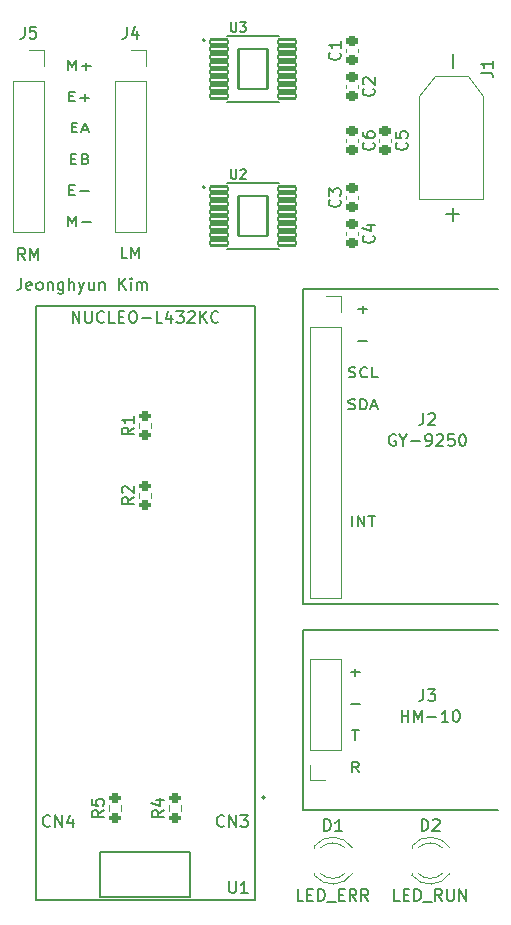
<source format=gbr>
%TF.GenerationSoftware,KiCad,Pcbnew,(6.0.7)*%
%TF.CreationDate,2023-08-30T15:26:21+09:00*%
%TF.ProjectId,graduate-project,67726164-7561-4746-952d-70726f6a6563,rev?*%
%TF.SameCoordinates,Original*%
%TF.FileFunction,Legend,Top*%
%TF.FilePolarity,Positive*%
%FSLAX46Y46*%
G04 Gerber Fmt 4.6, Leading zero omitted, Abs format (unit mm)*
G04 Created by KiCad (PCBNEW (6.0.7)) date 2023-08-30 15:26:21*
%MOMM*%
%LPD*%
G01*
G04 APERTURE LIST*
G04 Aperture macros list*
%AMRoundRect*
0 Rectangle with rounded corners*
0 $1 Rounding radius*
0 $2 $3 $4 $5 $6 $7 $8 $9 X,Y pos of 4 corners*
0 Add a 4 corners polygon primitive as box body*
4,1,4,$2,$3,$4,$5,$6,$7,$8,$9,$2,$3,0*
0 Add four circle primitives for the rounded corners*
1,1,$1+$1,$2,$3*
1,1,$1+$1,$4,$5*
1,1,$1+$1,$6,$7*
1,1,$1+$1,$8,$9*
0 Add four rect primitives between the rounded corners*
20,1,$1+$1,$2,$3,$4,$5,0*
20,1,$1+$1,$4,$5,$6,$7,0*
20,1,$1+$1,$6,$7,$8,$9,0*
20,1,$1+$1,$8,$9,$2,$3,0*%
G04 Aperture macros list end*
%ADD10C,0.150000*%
%ADD11C,0.127000*%
%ADD12C,0.200000*%
%ADD13C,0.120000*%
%ADD14RoundRect,0.122500X-0.764500X-0.184500X0.764500X-0.184500X0.764500X0.184500X-0.764500X0.184500X0*%
%ADD15RoundRect,0.102000X-1.240000X-1.700000X1.240000X-1.700000X1.240000X1.700000X-1.240000X1.700000X0*%
%ADD16R,1.700000X1.700000*%
%ADD17O,1.700000X1.700000*%
%ADD18R,1.800000X1.800000*%
%ADD19C,1.800000*%
%ADD20RoundRect,0.200000X0.275000X-0.200000X0.275000X0.200000X-0.275000X0.200000X-0.275000X-0.200000X0*%
%ADD21RoundRect,0.225000X0.250000X-0.225000X0.250000X0.225000X-0.250000X0.225000X-0.250000X-0.225000X0*%
%ADD22RoundRect,0.225000X-0.250000X0.225000X-0.250000X-0.225000X0.250000X-0.225000X0.250000X0.225000X0*%
%ADD23R,1.530000X1.530000*%
%ADD24C,1.530000*%
%ADD25R,3.800000X3.800000*%
%ADD26C,4.000000*%
G04 APERTURE END LIST*
D10*
X76835000Y-90932000D02*
X76835000Y-106172000D01*
X93345000Y-62103000D02*
X76835000Y-62103000D01*
X59690000Y-109728000D02*
X67310000Y-109728000D01*
X67310000Y-109728000D02*
X67310000Y-113538000D01*
X67310000Y-113538000D02*
X59690000Y-113538000D01*
X59690000Y-113538000D02*
X59690000Y-109728000D01*
X76835000Y-106172000D02*
X93345000Y-106172000D01*
X93345000Y-90932000D02*
X76835000Y-90932000D01*
X76835000Y-88773000D02*
X93345000Y-88773000D01*
X76835000Y-62103000D02*
X76835000Y-88773000D01*
X70175523Y-107545142D02*
X70127904Y-107592761D01*
X69985047Y-107640380D01*
X69889809Y-107640380D01*
X69746952Y-107592761D01*
X69651714Y-107497523D01*
X69604095Y-107402285D01*
X69556476Y-107211809D01*
X69556476Y-107068952D01*
X69604095Y-106878476D01*
X69651714Y-106783238D01*
X69746952Y-106688000D01*
X69889809Y-106640380D01*
X69985047Y-106640380D01*
X70127904Y-106688000D01*
X70175523Y-106735619D01*
X70604095Y-107640380D02*
X70604095Y-106640380D01*
X71175523Y-107640380D01*
X71175523Y-106640380D01*
X71556476Y-106640380D02*
X72175523Y-106640380D01*
X71842190Y-107021333D01*
X71985047Y-107021333D01*
X72080285Y-107068952D01*
X72127904Y-107116571D01*
X72175523Y-107211809D01*
X72175523Y-107449904D01*
X72127904Y-107545142D01*
X72080285Y-107592761D01*
X71985047Y-107640380D01*
X71699333Y-107640380D01*
X71604095Y-107592761D01*
X71556476Y-107545142D01*
X55443523Y-107545142D02*
X55395904Y-107592761D01*
X55253047Y-107640380D01*
X55157809Y-107640380D01*
X55014952Y-107592761D01*
X54919714Y-107497523D01*
X54872095Y-107402285D01*
X54824476Y-107211809D01*
X54824476Y-107068952D01*
X54872095Y-106878476D01*
X54919714Y-106783238D01*
X55014952Y-106688000D01*
X55157809Y-106640380D01*
X55253047Y-106640380D01*
X55395904Y-106688000D01*
X55443523Y-106735619D01*
X55872095Y-107640380D02*
X55872095Y-106640380D01*
X56443523Y-107640380D01*
X56443523Y-106640380D01*
X57348285Y-106973714D02*
X57348285Y-107640380D01*
X57110190Y-106592761D02*
X56872095Y-107307047D01*
X57491142Y-107307047D01*
X81534047Y-63820800D02*
X82295952Y-63820800D01*
X81915000Y-64140800D02*
X81915000Y-63500800D01*
X81534047Y-66525600D02*
X82295952Y-66525600D01*
X80724523Y-69510400D02*
X80867380Y-69550400D01*
X81105476Y-69550400D01*
X81200714Y-69510400D01*
X81248333Y-69470400D01*
X81295952Y-69390400D01*
X81295952Y-69310400D01*
X81248333Y-69230400D01*
X81200714Y-69190400D01*
X81105476Y-69150400D01*
X80915000Y-69110400D01*
X80819761Y-69070400D01*
X80772142Y-69030400D01*
X80724523Y-68950400D01*
X80724523Y-68870400D01*
X80772142Y-68790400D01*
X80819761Y-68750400D01*
X80915000Y-68710400D01*
X81153095Y-68710400D01*
X81295952Y-68750400D01*
X82295952Y-69470400D02*
X82248333Y-69510400D01*
X82105476Y-69550400D01*
X82010238Y-69550400D01*
X81867380Y-69510400D01*
X81772142Y-69430400D01*
X81724523Y-69350400D01*
X81676904Y-69190400D01*
X81676904Y-69070400D01*
X81724523Y-68910400D01*
X81772142Y-68830400D01*
X81867380Y-68750400D01*
X82010238Y-68710400D01*
X82105476Y-68710400D01*
X82248333Y-68750400D01*
X82295952Y-68790400D01*
X83200714Y-69550400D02*
X82724523Y-69550400D01*
X82724523Y-68710400D01*
X80700714Y-72215200D02*
X80843571Y-72255200D01*
X81081666Y-72255200D01*
X81176904Y-72215200D01*
X81224523Y-72175200D01*
X81272142Y-72095200D01*
X81272142Y-72015200D01*
X81224523Y-71935200D01*
X81176904Y-71895200D01*
X81081666Y-71855200D01*
X80891190Y-71815200D01*
X80795952Y-71775200D01*
X80748333Y-71735200D01*
X80700714Y-71655200D01*
X80700714Y-71575200D01*
X80748333Y-71495200D01*
X80795952Y-71455200D01*
X80891190Y-71415200D01*
X81129285Y-71415200D01*
X81272142Y-71455200D01*
X81700714Y-72255200D02*
X81700714Y-71415200D01*
X81938809Y-71415200D01*
X82081666Y-71455200D01*
X82176904Y-71535200D01*
X82224523Y-71615200D01*
X82272142Y-71775200D01*
X82272142Y-71895200D01*
X82224523Y-72055200D01*
X82176904Y-72135200D01*
X82081666Y-72215200D01*
X81938809Y-72255200D01*
X81700714Y-72255200D01*
X82653095Y-72015200D02*
X83129285Y-72015200D01*
X82557857Y-72255200D02*
X82891190Y-71415200D01*
X83224523Y-72255200D01*
X52999333Y-61174380D02*
X52999333Y-61888666D01*
X52951714Y-62031523D01*
X52856476Y-62126761D01*
X52713619Y-62174380D01*
X52618380Y-62174380D01*
X53856476Y-62126761D02*
X53761238Y-62174380D01*
X53570761Y-62174380D01*
X53475523Y-62126761D01*
X53427904Y-62031523D01*
X53427904Y-61650571D01*
X53475523Y-61555333D01*
X53570761Y-61507714D01*
X53761238Y-61507714D01*
X53856476Y-61555333D01*
X53904095Y-61650571D01*
X53904095Y-61745809D01*
X53427904Y-61841047D01*
X54475523Y-62174380D02*
X54380285Y-62126761D01*
X54332666Y-62079142D01*
X54285047Y-61983904D01*
X54285047Y-61698190D01*
X54332666Y-61602952D01*
X54380285Y-61555333D01*
X54475523Y-61507714D01*
X54618380Y-61507714D01*
X54713619Y-61555333D01*
X54761238Y-61602952D01*
X54808857Y-61698190D01*
X54808857Y-61983904D01*
X54761238Y-62079142D01*
X54713619Y-62126761D01*
X54618380Y-62174380D01*
X54475523Y-62174380D01*
X55237428Y-61507714D02*
X55237428Y-62174380D01*
X55237428Y-61602952D02*
X55285047Y-61555333D01*
X55380285Y-61507714D01*
X55523142Y-61507714D01*
X55618380Y-61555333D01*
X55666000Y-61650571D01*
X55666000Y-62174380D01*
X56570761Y-61507714D02*
X56570761Y-62317238D01*
X56523142Y-62412476D01*
X56475523Y-62460095D01*
X56380285Y-62507714D01*
X56237428Y-62507714D01*
X56142190Y-62460095D01*
X56570761Y-62126761D02*
X56475523Y-62174380D01*
X56285047Y-62174380D01*
X56189809Y-62126761D01*
X56142190Y-62079142D01*
X56094571Y-61983904D01*
X56094571Y-61698190D01*
X56142190Y-61602952D01*
X56189809Y-61555333D01*
X56285047Y-61507714D01*
X56475523Y-61507714D01*
X56570761Y-61555333D01*
X57046952Y-62174380D02*
X57046952Y-61174380D01*
X57475523Y-62174380D02*
X57475523Y-61650571D01*
X57427904Y-61555333D01*
X57332666Y-61507714D01*
X57189809Y-61507714D01*
X57094571Y-61555333D01*
X57046952Y-61602952D01*
X57856476Y-61507714D02*
X58094571Y-62174380D01*
X58332666Y-61507714D02*
X58094571Y-62174380D01*
X57999333Y-62412476D01*
X57951714Y-62460095D01*
X57856476Y-62507714D01*
X59142190Y-61507714D02*
X59142190Y-62174380D01*
X58713619Y-61507714D02*
X58713619Y-62031523D01*
X58761238Y-62126761D01*
X58856476Y-62174380D01*
X58999333Y-62174380D01*
X59094571Y-62126761D01*
X59142190Y-62079142D01*
X59618380Y-61507714D02*
X59618380Y-62174380D01*
X59618380Y-61602952D02*
X59666000Y-61555333D01*
X59761238Y-61507714D01*
X59904095Y-61507714D01*
X59999333Y-61555333D01*
X60046952Y-61650571D01*
X60046952Y-62174380D01*
X61285047Y-62174380D02*
X61285047Y-61174380D01*
X61856476Y-62174380D02*
X61427904Y-61602952D01*
X61856476Y-61174380D02*
X61285047Y-61745809D01*
X62285047Y-62174380D02*
X62285047Y-61507714D01*
X62285047Y-61174380D02*
X62237428Y-61222000D01*
X62285047Y-61269619D01*
X62332666Y-61222000D01*
X62285047Y-61174380D01*
X62285047Y-61269619D01*
X62761238Y-62174380D02*
X62761238Y-61507714D01*
X62761238Y-61602952D02*
X62808857Y-61555333D01*
X62904095Y-61507714D01*
X63046952Y-61507714D01*
X63142190Y-61555333D01*
X63189809Y-61650571D01*
X63189809Y-62174380D01*
X63189809Y-61650571D02*
X63237428Y-61555333D01*
X63332666Y-61507714D01*
X63475523Y-61507714D01*
X63570761Y-61555333D01*
X63618380Y-61650571D01*
X63618380Y-62174380D01*
X80899047Y-94554800D02*
X81660952Y-94554800D01*
X81280000Y-94874800D02*
X81280000Y-94234800D01*
X80899047Y-97259600D02*
X81660952Y-97259600D01*
X80994285Y-99444400D02*
X81565714Y-99444400D01*
X81280000Y-100284400D02*
X81280000Y-99444400D01*
X81589523Y-102989200D02*
X81256190Y-102589200D01*
X81018095Y-102989200D02*
X81018095Y-102149200D01*
X81399047Y-102149200D01*
X81494285Y-102189200D01*
X81541904Y-102229200D01*
X81589523Y-102309200D01*
X81589523Y-102429200D01*
X81541904Y-102509200D01*
X81494285Y-102549200D01*
X81399047Y-102589200D01*
X81018095Y-102589200D01*
X56959619Y-43553952D02*
X56959619Y-42733952D01*
X57292952Y-43319666D01*
X57626285Y-42733952D01*
X57626285Y-43553952D01*
X58102476Y-43241571D02*
X58864380Y-43241571D01*
X58483428Y-43553952D02*
X58483428Y-42929190D01*
X57078666Y-45764828D02*
X57412000Y-45764828D01*
X57554857Y-46194352D02*
X57078666Y-46194352D01*
X57078666Y-45374352D01*
X57554857Y-45374352D01*
X57983428Y-45881971D02*
X58745333Y-45881971D01*
X58364380Y-46194352D02*
X58364380Y-45569590D01*
X57269142Y-48405228D02*
X57602476Y-48405228D01*
X57745333Y-48834752D02*
X57269142Y-48834752D01*
X57269142Y-48014752D01*
X57745333Y-48014752D01*
X58126285Y-48600466D02*
X58602476Y-48600466D01*
X58031047Y-48834752D02*
X58364380Y-48014752D01*
X58697714Y-48834752D01*
X57197714Y-51045628D02*
X57531047Y-51045628D01*
X57673904Y-51475152D02*
X57197714Y-51475152D01*
X57197714Y-50655152D01*
X57673904Y-50655152D01*
X58435809Y-51045628D02*
X58578666Y-51084676D01*
X58626285Y-51123723D01*
X58673904Y-51201819D01*
X58673904Y-51318961D01*
X58626285Y-51397057D01*
X58578666Y-51436104D01*
X58483428Y-51475152D01*
X58102476Y-51475152D01*
X58102476Y-50655152D01*
X58435809Y-50655152D01*
X58531047Y-50694200D01*
X58578666Y-50733247D01*
X58626285Y-50811342D01*
X58626285Y-50889438D01*
X58578666Y-50967533D01*
X58531047Y-51006580D01*
X58435809Y-51045628D01*
X58102476Y-51045628D01*
X57078666Y-53686028D02*
X57412000Y-53686028D01*
X57554857Y-54115552D02*
X57078666Y-54115552D01*
X57078666Y-53295552D01*
X57554857Y-53295552D01*
X57983428Y-53803171D02*
X58745333Y-53803171D01*
X56959619Y-56755952D02*
X56959619Y-55935952D01*
X57292952Y-56521666D01*
X57626285Y-55935952D01*
X57626285Y-56755952D01*
X58102476Y-56443571D02*
X58864380Y-56443571D01*
X81010238Y-82168000D02*
X81010238Y-81328000D01*
X81486428Y-82168000D02*
X81486428Y-81328000D01*
X82057857Y-82168000D01*
X82057857Y-81328000D01*
X82391190Y-81328000D02*
X82962619Y-81328000D01*
X82676904Y-82168000D02*
X82676904Y-81328000D01*
X53332095Y-59634380D02*
X52998761Y-59158190D01*
X52760666Y-59634380D02*
X52760666Y-58634380D01*
X53141619Y-58634380D01*
X53236857Y-58682000D01*
X53284476Y-58729619D01*
X53332095Y-58824857D01*
X53332095Y-58967714D01*
X53284476Y-59062952D01*
X53236857Y-59110571D01*
X53141619Y-59158190D01*
X52760666Y-59158190D01*
X53760666Y-59634380D02*
X53760666Y-58634380D01*
X54094000Y-59348666D01*
X54427333Y-58634380D01*
X54427333Y-59634380D01*
X61968095Y-59507380D02*
X61491904Y-59507380D01*
X61491904Y-58507380D01*
X62301428Y-59507380D02*
X62301428Y-58507380D01*
X62634761Y-59221666D01*
X62968095Y-58507380D01*
X62968095Y-59507380D01*
%TO.C,U2*%
X70754476Y-51956904D02*
X70754476Y-52604523D01*
X70792571Y-52680714D01*
X70830666Y-52718809D01*
X70906857Y-52756904D01*
X71059238Y-52756904D01*
X71135428Y-52718809D01*
X71173523Y-52680714D01*
X71211619Y-52604523D01*
X71211619Y-51956904D01*
X71554476Y-52033095D02*
X71592571Y-51995000D01*
X71668761Y-51956904D01*
X71859238Y-51956904D01*
X71935428Y-51995000D01*
X71973523Y-52033095D01*
X72011619Y-52109285D01*
X72011619Y-52185476D01*
X71973523Y-52299761D01*
X71516380Y-52756904D01*
X72011619Y-52756904D01*
%TO.C,U3*%
X70754476Y-39510904D02*
X70754476Y-40158523D01*
X70792571Y-40234714D01*
X70830666Y-40272809D01*
X70906857Y-40310904D01*
X71059238Y-40310904D01*
X71135428Y-40272809D01*
X71173523Y-40234714D01*
X71211619Y-40158523D01*
X71211619Y-39510904D01*
X71516380Y-39510904D02*
X72011619Y-39510904D01*
X71744952Y-39815666D01*
X71859238Y-39815666D01*
X71935428Y-39853761D01*
X71973523Y-39891857D01*
X72011619Y-39968047D01*
X72011619Y-40158523D01*
X71973523Y-40234714D01*
X71935428Y-40272809D01*
X71859238Y-40310904D01*
X71630666Y-40310904D01*
X71554476Y-40272809D01*
X71516380Y-40234714D01*
%TO.C,*%
%TO.C,J2*%
X87042666Y-72604380D02*
X87042666Y-73318666D01*
X86995047Y-73461523D01*
X86899809Y-73556761D01*
X86756952Y-73604380D01*
X86661714Y-73604380D01*
X87471238Y-72699619D02*
X87518857Y-72652000D01*
X87614095Y-72604380D01*
X87852190Y-72604380D01*
X87947428Y-72652000D01*
X87995047Y-72699619D01*
X88042666Y-72794857D01*
X88042666Y-72890095D01*
X87995047Y-73032952D01*
X87423619Y-73604380D01*
X88042666Y-73604380D01*
X84685523Y-74430000D02*
X84590285Y-74382380D01*
X84447428Y-74382380D01*
X84304571Y-74430000D01*
X84209333Y-74525238D01*
X84161714Y-74620476D01*
X84114095Y-74810952D01*
X84114095Y-74953809D01*
X84161714Y-75144285D01*
X84209333Y-75239523D01*
X84304571Y-75334761D01*
X84447428Y-75382380D01*
X84542666Y-75382380D01*
X84685523Y-75334761D01*
X84733142Y-75287142D01*
X84733142Y-74953809D01*
X84542666Y-74953809D01*
X85352190Y-74906190D02*
X85352190Y-75382380D01*
X85018857Y-74382380D02*
X85352190Y-74906190D01*
X85685523Y-74382380D01*
X86018857Y-75001428D02*
X86780761Y-75001428D01*
X87304571Y-75382380D02*
X87495047Y-75382380D01*
X87590285Y-75334761D01*
X87637904Y-75287142D01*
X87733142Y-75144285D01*
X87780761Y-74953809D01*
X87780761Y-74572857D01*
X87733142Y-74477619D01*
X87685523Y-74430000D01*
X87590285Y-74382380D01*
X87399809Y-74382380D01*
X87304571Y-74430000D01*
X87256952Y-74477619D01*
X87209333Y-74572857D01*
X87209333Y-74810952D01*
X87256952Y-74906190D01*
X87304571Y-74953809D01*
X87399809Y-75001428D01*
X87590285Y-75001428D01*
X87685523Y-74953809D01*
X87733142Y-74906190D01*
X87780761Y-74810952D01*
X88161714Y-74477619D02*
X88209333Y-74430000D01*
X88304571Y-74382380D01*
X88542666Y-74382380D01*
X88637904Y-74430000D01*
X88685523Y-74477619D01*
X88733142Y-74572857D01*
X88733142Y-74668095D01*
X88685523Y-74810952D01*
X88114095Y-75382380D01*
X88733142Y-75382380D01*
X89637904Y-74382380D02*
X89161714Y-74382380D01*
X89114095Y-74858571D01*
X89161714Y-74810952D01*
X89256952Y-74763333D01*
X89495047Y-74763333D01*
X89590285Y-74810952D01*
X89637904Y-74858571D01*
X89685523Y-74953809D01*
X89685523Y-75191904D01*
X89637904Y-75287142D01*
X89590285Y-75334761D01*
X89495047Y-75382380D01*
X89256952Y-75382380D01*
X89161714Y-75334761D01*
X89114095Y-75287142D01*
X90304571Y-74382380D02*
X90399809Y-74382380D01*
X90495047Y-74430000D01*
X90542666Y-74477619D01*
X90590285Y-74572857D01*
X90637904Y-74763333D01*
X90637904Y-75001428D01*
X90590285Y-75191904D01*
X90542666Y-75287142D01*
X90495047Y-75334761D01*
X90399809Y-75382380D01*
X90304571Y-75382380D01*
X90209333Y-75334761D01*
X90161714Y-75287142D01*
X90114095Y-75191904D01*
X90066476Y-75001428D01*
X90066476Y-74763333D01*
X90114095Y-74572857D01*
X90161714Y-74477619D01*
X90209333Y-74430000D01*
X90304571Y-74382380D01*
%TO.C,D1*%
X78631904Y-107982380D02*
X78631904Y-106982380D01*
X78870000Y-106982380D01*
X79012857Y-107030000D01*
X79108095Y-107125238D01*
X79155714Y-107220476D01*
X79203333Y-107410952D01*
X79203333Y-107553809D01*
X79155714Y-107744285D01*
X79108095Y-107839523D01*
X79012857Y-107934761D01*
X78870000Y-107982380D01*
X78631904Y-107982380D01*
X80155714Y-107982380D02*
X79584285Y-107982380D01*
X79870000Y-107982380D02*
X79870000Y-106982380D01*
X79774761Y-107125238D01*
X79679523Y-107220476D01*
X79584285Y-107268095D01*
X76893809Y-113902380D02*
X76417619Y-113902380D01*
X76417619Y-112902380D01*
X77227142Y-113378571D02*
X77560476Y-113378571D01*
X77703333Y-113902380D02*
X77227142Y-113902380D01*
X77227142Y-112902380D01*
X77703333Y-112902380D01*
X78131904Y-113902380D02*
X78131904Y-112902380D01*
X78370000Y-112902380D01*
X78512857Y-112950000D01*
X78608095Y-113045238D01*
X78655714Y-113140476D01*
X78703333Y-113330952D01*
X78703333Y-113473809D01*
X78655714Y-113664285D01*
X78608095Y-113759523D01*
X78512857Y-113854761D01*
X78370000Y-113902380D01*
X78131904Y-113902380D01*
X78893809Y-113997619D02*
X79655714Y-113997619D01*
X79893809Y-113378571D02*
X80227142Y-113378571D01*
X80370000Y-113902380D02*
X79893809Y-113902380D01*
X79893809Y-112902380D01*
X80370000Y-112902380D01*
X81370000Y-113902380D02*
X81036666Y-113426190D01*
X80798571Y-113902380D02*
X80798571Y-112902380D01*
X81179523Y-112902380D01*
X81274761Y-112950000D01*
X81322380Y-112997619D01*
X81370000Y-113092857D01*
X81370000Y-113235714D01*
X81322380Y-113330952D01*
X81274761Y-113378571D01*
X81179523Y-113426190D01*
X80798571Y-113426190D01*
X82370000Y-113902380D02*
X82036666Y-113426190D01*
X81798571Y-113902380D02*
X81798571Y-112902380D01*
X82179523Y-112902380D01*
X82274761Y-112950000D01*
X82322380Y-112997619D01*
X82370000Y-113092857D01*
X82370000Y-113235714D01*
X82322380Y-113330952D01*
X82274761Y-113378571D01*
X82179523Y-113426190D01*
X81798571Y-113426190D01*
%TO.C,R2*%
X62522380Y-79731666D02*
X62046190Y-80065000D01*
X62522380Y-80303095D02*
X61522380Y-80303095D01*
X61522380Y-79922142D01*
X61570000Y-79826904D01*
X61617619Y-79779285D01*
X61712857Y-79731666D01*
X61855714Y-79731666D01*
X61950952Y-79779285D01*
X61998571Y-79826904D01*
X62046190Y-79922142D01*
X62046190Y-80303095D01*
X61617619Y-79350714D02*
X61570000Y-79303095D01*
X61522380Y-79207857D01*
X61522380Y-78969761D01*
X61570000Y-78874523D01*
X61617619Y-78826904D01*
X61712857Y-78779285D01*
X61808095Y-78779285D01*
X61950952Y-78826904D01*
X62522380Y-79398333D01*
X62522380Y-78779285D01*
%TO.C,C3*%
X79953142Y-54522666D02*
X80000761Y-54570285D01*
X80048380Y-54713142D01*
X80048380Y-54808380D01*
X80000761Y-54951238D01*
X79905523Y-55046476D01*
X79810285Y-55094095D01*
X79619809Y-55141714D01*
X79476952Y-55141714D01*
X79286476Y-55094095D01*
X79191238Y-55046476D01*
X79096000Y-54951238D01*
X79048380Y-54808380D01*
X79048380Y-54713142D01*
X79096000Y-54570285D01*
X79143619Y-54522666D01*
X79048380Y-54189333D02*
X79048380Y-53570285D01*
X79429333Y-53903619D01*
X79429333Y-53760761D01*
X79476952Y-53665523D01*
X79524571Y-53617904D01*
X79619809Y-53570285D01*
X79857904Y-53570285D01*
X79953142Y-53617904D01*
X80000761Y-53665523D01*
X80048380Y-53760761D01*
X80048380Y-54046476D01*
X80000761Y-54141714D01*
X79953142Y-54189333D01*
%TO.C,C2*%
X82813142Y-45124666D02*
X82860761Y-45172285D01*
X82908380Y-45315142D01*
X82908380Y-45410380D01*
X82860761Y-45553238D01*
X82765523Y-45648476D01*
X82670285Y-45696095D01*
X82479809Y-45743714D01*
X82336952Y-45743714D01*
X82146476Y-45696095D01*
X82051238Y-45648476D01*
X81956000Y-45553238D01*
X81908380Y-45410380D01*
X81908380Y-45315142D01*
X81956000Y-45172285D01*
X82003619Y-45124666D01*
X82003619Y-44743714D02*
X81956000Y-44696095D01*
X81908380Y-44600857D01*
X81908380Y-44362761D01*
X81956000Y-44267523D01*
X82003619Y-44219904D01*
X82098857Y-44172285D01*
X82194095Y-44172285D01*
X82336952Y-44219904D01*
X82908380Y-44791333D01*
X82908380Y-44172285D01*
%TO.C,R1*%
X62522380Y-73826666D02*
X62046190Y-74160000D01*
X62522380Y-74398095D02*
X61522380Y-74398095D01*
X61522380Y-74017142D01*
X61570000Y-73921904D01*
X61617619Y-73874285D01*
X61712857Y-73826666D01*
X61855714Y-73826666D01*
X61950952Y-73874285D01*
X61998571Y-73921904D01*
X62046190Y-74017142D01*
X62046190Y-74398095D01*
X62522380Y-72874285D02*
X62522380Y-73445714D01*
X62522380Y-73160000D02*
X61522380Y-73160000D01*
X61665238Y-73255238D01*
X61760476Y-73350476D01*
X61808095Y-73445714D01*
%TO.C,D2*%
X86886904Y-107982380D02*
X86886904Y-106982380D01*
X87125000Y-106982380D01*
X87267857Y-107030000D01*
X87363095Y-107125238D01*
X87410714Y-107220476D01*
X87458333Y-107410952D01*
X87458333Y-107553809D01*
X87410714Y-107744285D01*
X87363095Y-107839523D01*
X87267857Y-107934761D01*
X87125000Y-107982380D01*
X86886904Y-107982380D01*
X87839285Y-107077619D02*
X87886904Y-107030000D01*
X87982142Y-106982380D01*
X88220238Y-106982380D01*
X88315476Y-107030000D01*
X88363095Y-107077619D01*
X88410714Y-107172857D01*
X88410714Y-107268095D01*
X88363095Y-107410952D01*
X87791666Y-107982380D01*
X88410714Y-107982380D01*
X85053571Y-113902380D02*
X84577380Y-113902380D01*
X84577380Y-112902380D01*
X85386904Y-113378571D02*
X85720238Y-113378571D01*
X85863095Y-113902380D02*
X85386904Y-113902380D01*
X85386904Y-112902380D01*
X85863095Y-112902380D01*
X86291666Y-113902380D02*
X86291666Y-112902380D01*
X86529761Y-112902380D01*
X86672619Y-112950000D01*
X86767857Y-113045238D01*
X86815476Y-113140476D01*
X86863095Y-113330952D01*
X86863095Y-113473809D01*
X86815476Y-113664285D01*
X86767857Y-113759523D01*
X86672619Y-113854761D01*
X86529761Y-113902380D01*
X86291666Y-113902380D01*
X87053571Y-113997619D02*
X87815476Y-113997619D01*
X88625000Y-113902380D02*
X88291666Y-113426190D01*
X88053571Y-113902380D02*
X88053571Y-112902380D01*
X88434523Y-112902380D01*
X88529761Y-112950000D01*
X88577380Y-112997619D01*
X88625000Y-113092857D01*
X88625000Y-113235714D01*
X88577380Y-113330952D01*
X88529761Y-113378571D01*
X88434523Y-113426190D01*
X88053571Y-113426190D01*
X89053571Y-112902380D02*
X89053571Y-113711904D01*
X89101190Y-113807142D01*
X89148809Y-113854761D01*
X89244047Y-113902380D01*
X89434523Y-113902380D01*
X89529761Y-113854761D01*
X89577380Y-113807142D01*
X89625000Y-113711904D01*
X89625000Y-112902380D01*
X90101190Y-113902380D02*
X90101190Y-112902380D01*
X90672619Y-113902380D01*
X90672619Y-112902380D01*
%TO.C,R4*%
X65062380Y-106211666D02*
X64586190Y-106545000D01*
X65062380Y-106783095D02*
X64062380Y-106783095D01*
X64062380Y-106402142D01*
X64110000Y-106306904D01*
X64157619Y-106259285D01*
X64252857Y-106211666D01*
X64395714Y-106211666D01*
X64490952Y-106259285D01*
X64538571Y-106306904D01*
X64586190Y-106402142D01*
X64586190Y-106783095D01*
X64395714Y-105354523D02*
X65062380Y-105354523D01*
X64014761Y-105592619D02*
X64729047Y-105830714D01*
X64729047Y-105211666D01*
%TO.C,R5*%
X59982380Y-106211666D02*
X59506190Y-106545000D01*
X59982380Y-106783095D02*
X58982380Y-106783095D01*
X58982380Y-106402142D01*
X59030000Y-106306904D01*
X59077619Y-106259285D01*
X59172857Y-106211666D01*
X59315714Y-106211666D01*
X59410952Y-106259285D01*
X59458571Y-106306904D01*
X59506190Y-106402142D01*
X59506190Y-106783095D01*
X58982380Y-105306904D02*
X58982380Y-105783095D01*
X59458571Y-105830714D01*
X59410952Y-105783095D01*
X59363333Y-105687857D01*
X59363333Y-105449761D01*
X59410952Y-105354523D01*
X59458571Y-105306904D01*
X59553809Y-105259285D01*
X59791904Y-105259285D01*
X59887142Y-105306904D01*
X59934761Y-105354523D01*
X59982380Y-105449761D01*
X59982380Y-105687857D01*
X59934761Y-105783095D01*
X59887142Y-105830714D01*
%TO.C,U1*%
X70612095Y-112228380D02*
X70612095Y-113037904D01*
X70659714Y-113133142D01*
X70707333Y-113180761D01*
X70802571Y-113228380D01*
X70993047Y-113228380D01*
X71088285Y-113180761D01*
X71135904Y-113133142D01*
X71183523Y-113037904D01*
X71183523Y-112228380D01*
X72183523Y-113228380D02*
X71612095Y-113228380D01*
X71897809Y-113228380D02*
X71897809Y-112228380D01*
X71802571Y-112371238D01*
X71707333Y-112466476D01*
X71612095Y-112514095D01*
X57357142Y-64968380D02*
X57357142Y-63968380D01*
X57928571Y-64968380D01*
X57928571Y-63968380D01*
X58404761Y-63968380D02*
X58404761Y-64777904D01*
X58452380Y-64873142D01*
X58500000Y-64920761D01*
X58595238Y-64968380D01*
X58785714Y-64968380D01*
X58880952Y-64920761D01*
X58928571Y-64873142D01*
X58976190Y-64777904D01*
X58976190Y-63968380D01*
X60023809Y-64873142D02*
X59976190Y-64920761D01*
X59833333Y-64968380D01*
X59738095Y-64968380D01*
X59595238Y-64920761D01*
X59500000Y-64825523D01*
X59452380Y-64730285D01*
X59404761Y-64539809D01*
X59404761Y-64396952D01*
X59452380Y-64206476D01*
X59500000Y-64111238D01*
X59595238Y-64016000D01*
X59738095Y-63968380D01*
X59833333Y-63968380D01*
X59976190Y-64016000D01*
X60023809Y-64063619D01*
X60928571Y-64968380D02*
X60452380Y-64968380D01*
X60452380Y-63968380D01*
X61261904Y-64444571D02*
X61595238Y-64444571D01*
X61738095Y-64968380D02*
X61261904Y-64968380D01*
X61261904Y-63968380D01*
X61738095Y-63968380D01*
X62357142Y-63968380D02*
X62547619Y-63968380D01*
X62642857Y-64016000D01*
X62738095Y-64111238D01*
X62785714Y-64301714D01*
X62785714Y-64635047D01*
X62738095Y-64825523D01*
X62642857Y-64920761D01*
X62547619Y-64968380D01*
X62357142Y-64968380D01*
X62261904Y-64920761D01*
X62166666Y-64825523D01*
X62119047Y-64635047D01*
X62119047Y-64301714D01*
X62166666Y-64111238D01*
X62261904Y-64016000D01*
X62357142Y-63968380D01*
X63214285Y-64587428D02*
X63976190Y-64587428D01*
X64928571Y-64968380D02*
X64452380Y-64968380D01*
X64452380Y-63968380D01*
X65690476Y-64301714D02*
X65690476Y-64968380D01*
X65452380Y-63920761D02*
X65214285Y-64635047D01*
X65833333Y-64635047D01*
X66119047Y-63968380D02*
X66738095Y-63968380D01*
X66404761Y-64349333D01*
X66547619Y-64349333D01*
X66642857Y-64396952D01*
X66690476Y-64444571D01*
X66738095Y-64539809D01*
X66738095Y-64777904D01*
X66690476Y-64873142D01*
X66642857Y-64920761D01*
X66547619Y-64968380D01*
X66261904Y-64968380D01*
X66166666Y-64920761D01*
X66119047Y-64873142D01*
X67119047Y-64063619D02*
X67166666Y-64016000D01*
X67261904Y-63968380D01*
X67500000Y-63968380D01*
X67595238Y-64016000D01*
X67642857Y-64063619D01*
X67690476Y-64158857D01*
X67690476Y-64254095D01*
X67642857Y-64396952D01*
X67071428Y-64968380D01*
X67690476Y-64968380D01*
X68119047Y-64968380D02*
X68119047Y-63968380D01*
X68690476Y-64968380D02*
X68261904Y-64396952D01*
X68690476Y-63968380D02*
X68119047Y-64539809D01*
X69690476Y-64873142D02*
X69642857Y-64920761D01*
X69500000Y-64968380D01*
X69404761Y-64968380D01*
X69261904Y-64920761D01*
X69166666Y-64825523D01*
X69119047Y-64730285D01*
X69071428Y-64539809D01*
X69071428Y-64396952D01*
X69119047Y-64206476D01*
X69166666Y-64111238D01*
X69261904Y-64016000D01*
X69404761Y-63968380D01*
X69500000Y-63968380D01*
X69642857Y-64016000D01*
X69690476Y-64063619D01*
%TO.C,C5*%
X85607142Y-49696666D02*
X85654761Y-49744285D01*
X85702380Y-49887142D01*
X85702380Y-49982380D01*
X85654761Y-50125238D01*
X85559523Y-50220476D01*
X85464285Y-50268095D01*
X85273809Y-50315714D01*
X85130952Y-50315714D01*
X84940476Y-50268095D01*
X84845238Y-50220476D01*
X84750000Y-50125238D01*
X84702380Y-49982380D01*
X84702380Y-49887142D01*
X84750000Y-49744285D01*
X84797619Y-49696666D01*
X84702380Y-48791904D02*
X84702380Y-49268095D01*
X85178571Y-49315714D01*
X85130952Y-49268095D01*
X85083333Y-49172857D01*
X85083333Y-48934761D01*
X85130952Y-48839523D01*
X85178571Y-48791904D01*
X85273809Y-48744285D01*
X85511904Y-48744285D01*
X85607142Y-48791904D01*
X85654761Y-48839523D01*
X85702380Y-48934761D01*
X85702380Y-49172857D01*
X85654761Y-49268095D01*
X85607142Y-49315714D01*
%TO.C,J5*%
X53285666Y-39887380D02*
X53285666Y-40601666D01*
X53238047Y-40744523D01*
X53142809Y-40839761D01*
X52999952Y-40887380D01*
X52904714Y-40887380D01*
X54238047Y-39887380D02*
X53761857Y-39887380D01*
X53714238Y-40363571D01*
X53761857Y-40315952D01*
X53857095Y-40268333D01*
X54095190Y-40268333D01*
X54190428Y-40315952D01*
X54238047Y-40363571D01*
X54285666Y-40458809D01*
X54285666Y-40696904D01*
X54238047Y-40792142D01*
X54190428Y-40839761D01*
X54095190Y-40887380D01*
X53857095Y-40887380D01*
X53761857Y-40839761D01*
X53714238Y-40792142D01*
%TO.C,C6*%
X82813142Y-49696666D02*
X82860761Y-49744285D01*
X82908380Y-49887142D01*
X82908380Y-49982380D01*
X82860761Y-50125238D01*
X82765523Y-50220476D01*
X82670285Y-50268095D01*
X82479809Y-50315714D01*
X82336952Y-50315714D01*
X82146476Y-50268095D01*
X82051238Y-50220476D01*
X81956000Y-50125238D01*
X81908380Y-49982380D01*
X81908380Y-49887142D01*
X81956000Y-49744285D01*
X82003619Y-49696666D01*
X81908380Y-48839523D02*
X81908380Y-49030000D01*
X81956000Y-49125238D01*
X82003619Y-49172857D01*
X82146476Y-49268095D01*
X82336952Y-49315714D01*
X82717904Y-49315714D01*
X82813142Y-49268095D01*
X82860761Y-49220476D01*
X82908380Y-49125238D01*
X82908380Y-48934761D01*
X82860761Y-48839523D01*
X82813142Y-48791904D01*
X82717904Y-48744285D01*
X82479809Y-48744285D01*
X82384571Y-48791904D01*
X82336952Y-48839523D01*
X82289333Y-48934761D01*
X82289333Y-49125238D01*
X82336952Y-49220476D01*
X82384571Y-49268095D01*
X82479809Y-49315714D01*
%TO.C,J3*%
X87042666Y-95972380D02*
X87042666Y-96686666D01*
X86995047Y-96829523D01*
X86899809Y-96924761D01*
X86756952Y-96972380D01*
X86661714Y-96972380D01*
X87423619Y-95972380D02*
X88042666Y-95972380D01*
X87709333Y-96353333D01*
X87852190Y-96353333D01*
X87947428Y-96400952D01*
X87995047Y-96448571D01*
X88042666Y-96543809D01*
X88042666Y-96781904D01*
X87995047Y-96877142D01*
X87947428Y-96924761D01*
X87852190Y-96972380D01*
X87566476Y-96972380D01*
X87471238Y-96924761D01*
X87423619Y-96877142D01*
X85201428Y-98750380D02*
X85201428Y-97750380D01*
X85201428Y-98226571D02*
X85772857Y-98226571D01*
X85772857Y-98750380D02*
X85772857Y-97750380D01*
X86249047Y-98750380D02*
X86249047Y-97750380D01*
X86582380Y-98464666D01*
X86915714Y-97750380D01*
X86915714Y-98750380D01*
X87391904Y-98369428D02*
X88153809Y-98369428D01*
X89153809Y-98750380D02*
X88582380Y-98750380D01*
X88868095Y-98750380D02*
X88868095Y-97750380D01*
X88772857Y-97893238D01*
X88677619Y-97988476D01*
X88582380Y-98036095D01*
X89772857Y-97750380D02*
X89868095Y-97750380D01*
X89963333Y-97798000D01*
X90010952Y-97845619D01*
X90058571Y-97940857D01*
X90106190Y-98131333D01*
X90106190Y-98369428D01*
X90058571Y-98559904D01*
X90010952Y-98655142D01*
X89963333Y-98702761D01*
X89868095Y-98750380D01*
X89772857Y-98750380D01*
X89677619Y-98702761D01*
X89630000Y-98655142D01*
X89582380Y-98559904D01*
X89534761Y-98369428D01*
X89534761Y-98131333D01*
X89582380Y-97940857D01*
X89630000Y-97845619D01*
X89677619Y-97798000D01*
X89772857Y-97750380D01*
%TO.C,J1*%
X91908380Y-43767333D02*
X92622666Y-43767333D01*
X92765523Y-43814952D01*
X92860761Y-43910190D01*
X92908380Y-44053047D01*
X92908380Y-44148285D01*
X92908380Y-42767333D02*
X92908380Y-43338761D01*
X92908380Y-43053047D02*
X91908380Y-43053047D01*
X92051238Y-43148285D01*
X92146476Y-43243523D01*
X92194095Y-43338761D01*
X89515142Y-43347428D02*
X89515142Y-42204571D01*
X89515142Y-56347428D02*
X89515142Y-55204571D01*
X90086571Y-55776000D02*
X88943714Y-55776000D01*
%TO.C,C4*%
X82813142Y-57570666D02*
X82860761Y-57618285D01*
X82908380Y-57761142D01*
X82908380Y-57856380D01*
X82860761Y-57999238D01*
X82765523Y-58094476D01*
X82670285Y-58142095D01*
X82479809Y-58189714D01*
X82336952Y-58189714D01*
X82146476Y-58142095D01*
X82051238Y-58094476D01*
X81956000Y-57999238D01*
X81908380Y-57856380D01*
X81908380Y-57761142D01*
X81956000Y-57618285D01*
X82003619Y-57570666D01*
X82241714Y-56713523D02*
X82908380Y-56713523D01*
X81860761Y-56951619D02*
X82575047Y-57189714D01*
X82575047Y-56570666D01*
%TO.C,C1*%
X79953142Y-42076666D02*
X80000761Y-42124285D01*
X80048380Y-42267142D01*
X80048380Y-42362380D01*
X80000761Y-42505238D01*
X79905523Y-42600476D01*
X79810285Y-42648095D01*
X79619809Y-42695714D01*
X79476952Y-42695714D01*
X79286476Y-42648095D01*
X79191238Y-42600476D01*
X79096000Y-42505238D01*
X79048380Y-42362380D01*
X79048380Y-42267142D01*
X79096000Y-42124285D01*
X79143619Y-42076666D01*
X80048380Y-41124285D02*
X80048380Y-41695714D01*
X80048380Y-41410000D02*
X79048380Y-41410000D01*
X79191238Y-41505238D01*
X79286476Y-41600476D01*
X79334095Y-41695714D01*
%TO.C,J4*%
X61921666Y-39887380D02*
X61921666Y-40601666D01*
X61874047Y-40744523D01*
X61778809Y-40839761D01*
X61635952Y-40887380D01*
X61540714Y-40887380D01*
X62826428Y-40220714D02*
X62826428Y-40887380D01*
X62588333Y-39839761D02*
X62350238Y-40554047D01*
X62969285Y-40554047D01*
D11*
%TO.C,U2*%
X70444000Y-53080000D02*
X74844000Y-53080000D01*
X70444000Y-58680000D02*
X74844000Y-58680000D01*
D12*
X68544000Y-53480000D02*
G75*
G03*
X68544000Y-53480000I-100000J0D01*
G01*
D11*
%TO.C,U3*%
X70444000Y-46234000D02*
X74844000Y-46234000D01*
X70444000Y-40634000D02*
X74844000Y-40634000D01*
D12*
X68544000Y-41034000D02*
G75*
G03*
X68544000Y-41034000I-100000J0D01*
G01*
D13*
%TO.C,J2*%
X80095000Y-62708000D02*
X80095000Y-64038000D01*
X77435000Y-88228000D02*
X80095000Y-88228000D01*
X77435000Y-65308000D02*
X77435000Y-88228000D01*
X80095000Y-65308000D02*
X80095000Y-88228000D01*
X77435000Y-65308000D02*
X80095000Y-65308000D01*
X78765000Y-62708000D02*
X80095000Y-62708000D01*
%TO.C,D1*%
X77810000Y-111570000D02*
X77810000Y-111726000D01*
X77810000Y-109254000D02*
X77810000Y-109410000D01*
X80411130Y-109410163D02*
G75*
G03*
X78329039Y-109410000I-1041130J-1079837D01*
G01*
X78329039Y-111570000D02*
G75*
G03*
X80411130Y-111569837I1040961J1080000D01*
G01*
X77810000Y-111725516D02*
G75*
G03*
X81042335Y-111568608I1560000J1235516D01*
G01*
X81042335Y-109411392D02*
G75*
G03*
X77810000Y-109254484I-1672335J-1078608D01*
G01*
%TO.C,R2*%
X64022500Y-79802258D02*
X64022500Y-79327742D01*
X62977500Y-79802258D02*
X62977500Y-79327742D01*
%TO.C,C3*%
X81536000Y-54496580D02*
X81536000Y-54215420D01*
X80516000Y-54496580D02*
X80516000Y-54215420D01*
%TO.C,C2*%
X81536000Y-44817420D02*
X81536000Y-45098580D01*
X80516000Y-44817420D02*
X80516000Y-45098580D01*
%TO.C,R1*%
X62977500Y-73897258D02*
X62977500Y-73422742D01*
X64022500Y-73897258D02*
X64022500Y-73422742D01*
%TO.C,D2*%
X86065000Y-111570000D02*
X86065000Y-111726000D01*
X86065000Y-109254000D02*
X86065000Y-109410000D01*
X89297335Y-109411392D02*
G75*
G03*
X86065000Y-109254484I-1672335J-1078608D01*
G01*
X86065000Y-111725516D02*
G75*
G03*
X89297335Y-111568608I1560000J1235516D01*
G01*
X86584039Y-111570000D02*
G75*
G03*
X88666130Y-111569837I1040961J1080000D01*
G01*
X88666130Y-109410163D02*
G75*
G03*
X86584039Y-109410000I-1041130J-1079837D01*
G01*
%TO.C,R4*%
X65517500Y-106282258D02*
X65517500Y-105807742D01*
X66562500Y-106282258D02*
X66562500Y-105807742D01*
%TO.C,R5*%
X60437500Y-106282258D02*
X60437500Y-105807742D01*
X61482500Y-106282258D02*
X61482500Y-105807742D01*
D11*
%TO.C,U1*%
X72770000Y-63501000D02*
X72770000Y-113791000D01*
X54230000Y-113791000D02*
X54230000Y-63501000D01*
X72770000Y-113791000D02*
X54230000Y-113791000D01*
X54230000Y-63501000D02*
X72770000Y-63501000D01*
D12*
X73600000Y-105146000D02*
G75*
G03*
X73600000Y-105146000I-100000J0D01*
G01*
D13*
%TO.C,C5*%
X84330000Y-49389420D02*
X84330000Y-49670580D01*
X83310000Y-49389420D02*
X83310000Y-49670580D01*
%TO.C,J5*%
X53619000Y-41875000D02*
X54949000Y-41875000D01*
X52289000Y-57235000D02*
X54949000Y-57235000D01*
X54949000Y-41875000D02*
X54949000Y-43205000D01*
X52289000Y-44475000D02*
X54949000Y-44475000D01*
X52289000Y-44475000D02*
X52289000Y-57235000D01*
X54949000Y-44475000D02*
X54949000Y-57235000D01*
%TO.C,C6*%
X80516000Y-49389420D02*
X80516000Y-49670580D01*
X81536000Y-49389420D02*
X81536000Y-49670580D01*
%TO.C,J3*%
X77410000Y-101092000D02*
X77410000Y-93412000D01*
X80070000Y-101092000D02*
X77410000Y-101092000D01*
X78740000Y-103692000D02*
X77410000Y-103692000D01*
X77410000Y-103692000D02*
X77410000Y-102362000D01*
X80070000Y-93412000D02*
X77410000Y-93412000D01*
X80070000Y-101092000D02*
X80070000Y-93412000D01*
%TO.C,J1*%
X90818000Y-44066000D02*
X87998000Y-44066000D01*
X92118000Y-45766000D02*
X92118000Y-54486000D01*
X92118000Y-54486000D02*
X86698000Y-54486000D01*
X86698000Y-45766000D02*
X86698000Y-54486000D01*
X87998000Y-44066000D02*
X86698000Y-45766000D01*
X90818000Y-44066000D02*
X92118000Y-45766000D01*
%TO.C,C4*%
X81536000Y-57263420D02*
X81536000Y-57544580D01*
X80516000Y-57263420D02*
X80516000Y-57544580D01*
%TO.C,C1*%
X80516000Y-42050580D02*
X80516000Y-41769420D01*
X81536000Y-42050580D02*
X81536000Y-41769420D01*
%TO.C,J4*%
X60925000Y-44475000D02*
X60925000Y-57235000D01*
X62255000Y-41875000D02*
X63585000Y-41875000D01*
X60925000Y-44475000D02*
X63585000Y-44475000D01*
X60925000Y-57235000D02*
X63585000Y-57235000D01*
X63585000Y-44475000D02*
X63585000Y-57235000D01*
X63585000Y-41875000D02*
X63585000Y-43205000D01*
%TD*%
%LPC*%
D14*
%TO.C,U2*%
X69774000Y-53605000D03*
X69774000Y-54255000D03*
X69774000Y-54905000D03*
X69774000Y-55555000D03*
X69774000Y-56205000D03*
X69774000Y-56855000D03*
X69774000Y-57505000D03*
X69774000Y-58155000D03*
X75514000Y-58155000D03*
X75514000Y-57505000D03*
X75514000Y-56855000D03*
X75514000Y-56205000D03*
X75514000Y-55555000D03*
X75514000Y-54905000D03*
X75514000Y-54255000D03*
X75514000Y-53605000D03*
D15*
X72644000Y-55880000D03*
%TD*%
D14*
%TO.C,U3*%
X69774000Y-41159000D03*
X69774000Y-41809000D03*
X69774000Y-42459000D03*
X69774000Y-43109000D03*
X69774000Y-43759000D03*
X69774000Y-44409000D03*
X69774000Y-45059000D03*
X69774000Y-45709000D03*
X75514000Y-45709000D03*
X75514000Y-45059000D03*
X75514000Y-44409000D03*
X75514000Y-43759000D03*
X75514000Y-43109000D03*
X75514000Y-42459000D03*
X75514000Y-41809000D03*
X75514000Y-41159000D03*
D15*
X72644000Y-43434000D03*
%TD*%
D16*
%TO.C,J2*%
X78765000Y-64038000D03*
D17*
X78765000Y-66578000D03*
X78765000Y-69118000D03*
X78765000Y-71658000D03*
X78765000Y-74198000D03*
X78765000Y-76738000D03*
X78765000Y-79278000D03*
X78765000Y-81818000D03*
X78765000Y-84358000D03*
X78765000Y-86898000D03*
%TD*%
D18*
%TO.C,D1*%
X78100000Y-110490000D03*
D19*
X80640000Y-110490000D03*
%TD*%
D20*
%TO.C,R2*%
X63500000Y-80390000D03*
X63500000Y-78740000D03*
%TD*%
D21*
%TO.C,C3*%
X81026000Y-55131000D03*
X81026000Y-53581000D03*
%TD*%
D22*
%TO.C,C2*%
X81026000Y-44183000D03*
X81026000Y-45733000D03*
%TD*%
D20*
%TO.C,R1*%
X63500000Y-74485000D03*
X63500000Y-72835000D03*
%TD*%
D18*
%TO.C,D2*%
X86355000Y-110490000D03*
D19*
X88895000Y-110490000D03*
%TD*%
D20*
%TO.C,R4*%
X66040000Y-106870000D03*
X66040000Y-105220000D03*
%TD*%
%TO.C,R5*%
X60960000Y-106870000D03*
X60960000Y-105220000D03*
%TD*%
D23*
%TO.C,U1*%
X71120000Y-104861000D03*
D24*
X71120000Y-102321000D03*
X71120000Y-99781000D03*
X71120000Y-97241000D03*
X71120000Y-94701000D03*
X71120000Y-92161000D03*
X71120000Y-89621000D03*
X71120000Y-87081000D03*
X71120000Y-84541000D03*
X71120000Y-82001000D03*
X71120000Y-79461000D03*
X71120000Y-76921000D03*
X71120000Y-74381000D03*
X71120000Y-71841000D03*
X71120000Y-69301000D03*
D23*
X55880000Y-104861000D03*
D24*
X55880000Y-102321000D03*
X55880000Y-99781000D03*
X55880000Y-97241000D03*
X55880000Y-94701000D03*
X55880000Y-92161000D03*
X55880000Y-89621000D03*
X55880000Y-87081000D03*
X55880000Y-84541000D03*
X55880000Y-82001000D03*
X55880000Y-79461000D03*
X55880000Y-76921000D03*
X55880000Y-74381000D03*
X55880000Y-71841000D03*
X55880000Y-69301000D03*
%TD*%
D22*
%TO.C,C5*%
X83820000Y-48755000D03*
X83820000Y-50305000D03*
%TD*%
D16*
%TO.C,J5*%
X53619000Y-43205000D03*
D17*
X53619000Y-45745000D03*
X53619000Y-48285000D03*
X53619000Y-50825000D03*
X53619000Y-53365000D03*
X53619000Y-55905000D03*
%TD*%
D22*
%TO.C,C6*%
X81026000Y-48755000D03*
X81026000Y-50305000D03*
%TD*%
D16*
%TO.C,J3*%
X78740000Y-102362000D03*
D17*
X78740000Y-99822000D03*
X78740000Y-97282000D03*
X78740000Y-94742000D03*
%TD*%
D25*
%TO.C,J1*%
X89408000Y-46776000D03*
D26*
X89408000Y-51776000D03*
%TD*%
D22*
%TO.C,C4*%
X81026000Y-56629000D03*
X81026000Y-58179000D03*
%TD*%
D21*
%TO.C,C1*%
X81026000Y-42685000D03*
X81026000Y-41135000D03*
%TD*%
D17*
%TO.C,J4*%
X62255000Y-55905000D03*
X62255000Y-53365000D03*
X62255000Y-50825000D03*
X62255000Y-48285000D03*
X62255000Y-45745000D03*
D16*
X62255000Y-43205000D03*
%TD*%
M02*

</source>
